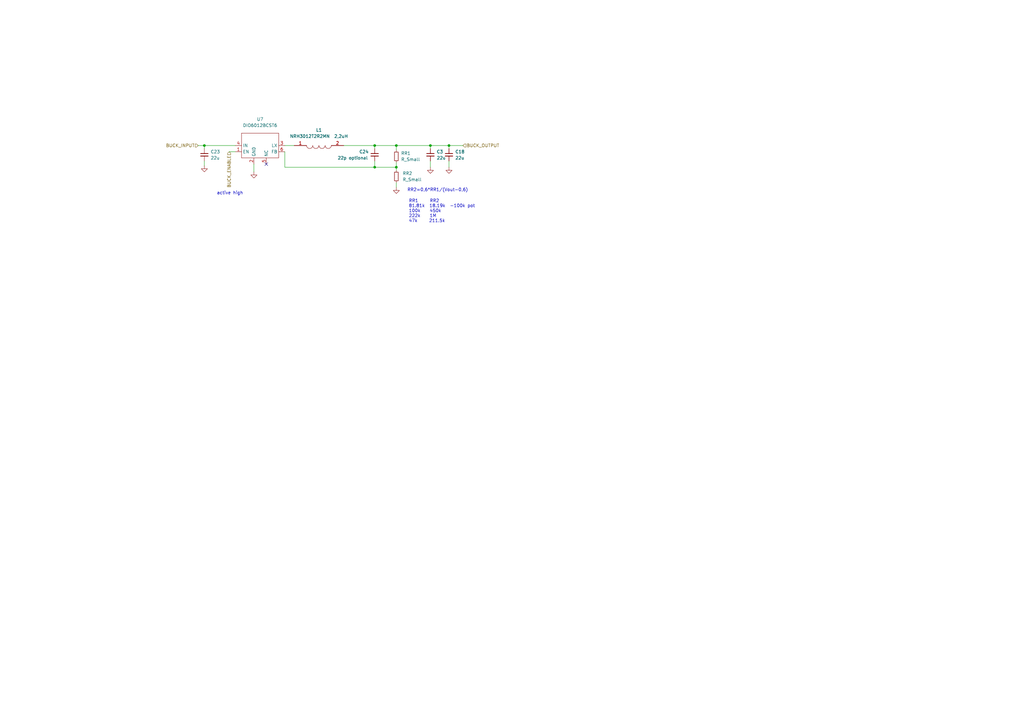
<source format=kicad_sch>
(kicad_sch (version 20211123) (generator eeschema)
  (paper "A3")
  (title_block (title "RP2040 learning board with Li ion battery and RTC") (rev "1"))
  (lib_symbols
    (symbol "Device:C_Small" (pin_numbers hide) (pin_names (offset 0.254) hide)
      (property "Reference" "C" (at 0.254 1.778 0))
      (property "Value" "C_Small" (at 0.254 -2.032 0))
      (symbol "C_Small_0_1"
        (polyline (pts (xy -1.524 -0.508) (xy 1.524 -0.508)) (stroke (width 0.3302)))
        (polyline (pts (xy -1.524 0.508) (xy 1.524 0.508)) (stroke (width 0.3048)))
      )
      (symbol "C_Small_1_1"
        (pin passive line (at 0 2.54 270) (length 2.032) (name "~") (number "1"))
        (pin passive line (at 0 -2.54 90) (length 2.032) (name "~") (number "2"))
      )
    )
    (symbol "Device:R_Small" (pin_numbers hide) (pin_names (offset 0.254) hide)
      (property "Reference" "R" (at 0.762 0.508 0))
      (property "Value" "R_Small" (at 0.762 -1.016 0))
      (symbol "R_Small_0_1"
        (rectangle (start -0.762 1.778) (end 0.762 -1.778) (stroke (width 0.2032)))
      )
      (symbol "R_Small_1_1"
        (pin passive line (at 0 2.54 270) (length 0.762) (name "~") (number "1"))
        (pin passive line (at 0 -2.54 90) (length 0.762) (name "~") (number "2"))
      )
    )
    (symbol "My_custom_lib:DIO6012BCST6"
      (property "Reference" "U" (at 0 6.35 0))
      (property "Value" "DIO6012BCST6" (at 0 3.81 0))
      (symbol "DIO6012BCST6_0_1"
        (rectangle (start -7.62 -5.08) (end 7.62 5.08))
      )
      (symbol "DIO6012BCST6_1_1"
        (pin input line (at -10.16 -2.54 0) (length 2.54) (name "EN") (number "1"))
        (pin output line (at -2.54 -7.62 90) (length 2.54) (name "GND") (number "2"))
        (pin output line (at 10.16 0 180) (length 2.54) (name "LX") (number "3"))
        (pin input line (at -10.16 0 0) (length 2.54) (name "IN") (number "4"))
        (pin output line (at 2.54 -7.62 90) (length 2.54) (name "NC") (number "5"))
        (pin input line (at 10.16 -2.54 180) (length 2.54) (name "FB") (number "6"))
      )
    )
    (symbol "SamacSys_Parts:NRH3012T2R2MN" (pin_names (offset 0.762))
      (property "Reference" "L" (at 16.51 6.35 0))
      (property "Value" "NRH3012T2R2MN" (at 16.51 3.81 0))
      (symbol "NRH3012T2R2MN_0_0"
        (pin passive line (at 0 0 0) (length 5.08) (name "~") (number "1"))
        (pin passive line (at 20.32 0 180) (length 5.08) (name "~") (number "2"))
      )
      (symbol "NRH3012T2R2MN_0_1"
        (arc (start 5.08 0) (mid 6.35 -1.3218) (end 7.62 0) (stroke (width 0.1524)))
        (arc (start 7.62 0) (mid 8.89 -1.3218) (end 10.16 0) (stroke (width 0.1524)))
        (arc (start 10.16 0) (mid 11.43 -1.3218) (end 12.7 0) (stroke (width 0.1524)))
        (arc (start 12.7 0) (mid 13.97 -1.3218) (end 15.24 0) (stroke (width 0.1524)))
      )
    )
    (symbol "power:GND" (power) (pin_names (offset 0))
      (property "Value" "GND" (at 0 -3.81 0))
      (symbol "GND_0_1"
        (polyline (pts (xy 0 0) (xy 0 -1.27) (xy 1.27 -1.27) (xy 0 -2.54) (xy -1.27 -1.27) (xy 0 -1.27)))
      )
      (symbol "GND_1_1"
        (pin power_in line (at 0 0 270) (length 0) hide (name "GND") (number "1"))
      )
    )
  )
  (junction (at 153.67 59.69))
  (junction (at 153.67 68.58))
  (junction (at 176.53 59.69))
  (junction (at 162.56 68.58))
  (junction (at 184.15 59.69))
  (junction (at 83.82 59.69))
  (junction (at 162.56 59.69))
  (no_connect (at 109.22 67.31))
  (wire (pts (xy 140.97 59.69) (xy 153.67 59.69)))
  (wire (pts (xy 176.53 59.69) (xy 184.15 59.69)))
  (wire (pts (xy 162.56 74.93) (xy 162.56 76.835)))
  (wire (pts (xy 184.15 59.69) (xy 184.15 60.96)))
  (wire (pts (xy 83.82 66.04) (xy 83.82 67.945)))
  (wire (pts (xy 93.98 62.23) (xy 96.52 62.23)))
  (wire (pts (xy 116.84 62.23) (xy 116.84 68.58)))
  (wire (pts (xy 153.67 68.58) (xy 162.56 68.58)))
  (wire (pts (xy 176.53 66.04) (xy 176.53 68.58)))
  (wire (pts (xy 162.56 68.58) (xy 162.56 69.85)))
  (wire (pts (xy 153.67 59.69) (xy 162.56 59.69)))
  (wire (pts (xy 184.15 59.69) (xy 189.865 59.69)))
  (wire (pts (xy 116.84 59.69) (xy 120.65 59.69)))
  (wire (pts (xy 176.53 59.69) (xy 176.53 60.96)))
  (wire (pts (xy 162.56 59.69) (xy 176.53 59.69)))
  (wire (pts (xy 104.14 67.31) (xy 104.14 70.485)))
  (wire (pts (xy 153.67 66.04) (xy 153.67 68.58)))
  (wire (pts (xy 83.82 59.69) (xy 96.52 59.69)))
  (wire (pts (xy 83.82 59.69) (xy 83.82 60.96)))
  (wire (pts (xy 162.56 59.69) (xy 162.56 61.595)))
  (wire (pts (xy 81.28 59.69) (xy 83.82 59.69)))
  (wire (pts (xy 162.56 66.675) (xy 162.56 68.58)))
  (wire (pts (xy 116.84 68.58) (xy 153.67 68.58)))
  (wire (pts (xy 153.67 59.69) (xy 153.67 60.96)))
  (wire (pts (xy 184.15 66.04) (xy 184.15 68.58)))
  (text "RR2=0,6*RR1/(Vout-0,6)" (at 167.005 78.74 0) (effects (font (size 1.27 1.27)) (justify left bottom)))
  (text "active high" (at 88.9 80.01 0) (effects (font (size 1.27 1.27)) (justify left bottom)))
  (text "RR1     RR2\n81.81k  18.19k  -100k pot\n100k    450k\n222k    1M\n47k     211.5k" (at 167.64 91.44 0) (effects (font (size 1.27 1.27)) (justify left bottom)))
  (hierarchical_label "BUCK_INPUT" (shape input) (at 81.28 59.69 180))
  (hierarchical_label "BUCK_ENABLE" (shape input) (at 93.98 62.23 270))
  (hierarchical_label "BUCK_OUTPUT" (shape input) (at 189.865 59.69 0))
  (symbol (lib_id "power:GND") (at 104.14 70.485 0) (unit 1)
    (property "Reference" "#PWR0103" (effects hide))
    (property "Value" "GND" (effects hide))
  )
  (symbol (lib_id "Device:R_Small") (at 162.56 72.39 0) (unit 1)
    (property "Reference" "RR2" (at 165.1 71.1199 0) (effects (justify left)))
    (property "Value" "R_Small" (at 165.1 73.6599 0) (effects (justify left)))
    (property "Footprint" "Resistor_THT:R_Axial_DIN0204_L3.6mm_D1.6mm_P5.08mm_Horizontal" (effects hide))
  )
  (symbol (lib_id "power:GND") (at 162.56 76.835 0) (unit 1)
    (property "Reference" "#PWR0102" (effects hide))
    (property "Value" "GND" (effects hide))
  )
  (symbol (lib_id "power:GND") (at 184.15 68.58 0) (unit 1)
    (property "Reference" "#PWR0104" (effects hide))
    (property "Value" "GND" (effects hide))
  )
  (symbol (lib_id "SamacSys_Parts:NRH3012T2R2MN") (at 120.65 59.69 0) (unit 1)
    (property "Reference" "L1" (at 130.81 53.34 0))
    (property "Value" "NRH3012T2R2MN  2,2uH" (at 130.81 55.88 0))
    (property "Footprint" "SamacSys_Parts:NRH3012T220MNV" (effects hide))
    (property "Datasheet" "https://componentsearchengine.com/Datasheets/5/NRH3012T220MNV.pdf" (effects hide))
    (property "Description" "Taiyo Yuden, NRH, 3012 Shielded Wire-wound SMD Inductor with a Ferrite Core, 2.2 uH +/-20% Wire-Wound 1.5A Idc" (effects hide))
    (property "Height" "1.2" (effects hide))
    (property "Mouser Part Number" "963-NRH3012T2R2MN" (effects hide))
    (property "Mouser Price/Stock" "https://www.mouser.co.uk/ProductDetail/Taiyo-Yuden/NRH3012T2R2MN?qs=PzICbMaShUdBRElLTKVG3Q%3D%3D" (effects hide))
    (property "Manufacturer_Name" "TAIYO YUDEN" (effects hide))
    (property "Manufacturer_Part_Number" "NRH3012T2R2MN" (effects hide))
  )
  (symbol (lib_id "Device:C_Small") (at 83.82 63.5 0) (unit 1)
    (property "Reference" "C23" (at 86.36 62.2362 0) (effects (justify left)))
    (property "Value" "22u" (at 86.36 64.7762 0) (effects (justify left)))
    (property "Footprint" "Capacitor_THT:CP_Radial_D5.0mm_P2.00mm" (effects hide))
  )
  (symbol (lib_id "power:GND") (at 176.53 68.58 0) (unit 1)
    (property "Reference" "#PWR0105" (effects hide))
    (property "Value" "GND" (effects hide))
  )
  (symbol (lib_id "Device:C_Small") (at 153.67 63.5 0) (unit 1)
    (property "Reference" "C24" (at 147.32 62.23 0) (effects (justify left)))
    (property "Value" "22p optional" (at 138.43 64.77 0) (effects (justify left)))
    (property "Footprint" "Capacitor_SMD:C_0603_1608Metric_Pad1.08x0.95mm_HandSolder" (effects hide))
  )
  (symbol (lib_id "Device:C_Small") (at 184.15 63.5 0) (unit 1)
    (property "Reference" "C18" (at 186.69 62.2362 0) (effects (justify left)))
    (property "Value" "22u" (at 186.69 64.7762 0) (effects (justify left)))
    (property "Footprint" "Capacitor_THT:CP_Radial_D5.0mm_P2.00mm" (effects hide))
  )
  (symbol (lib_id "Device:C_Small") (at 176.53 63.5 0) (unit 1)
    (property "Reference" "C3" (at 179.07 62.2362 0) (effects (justify left)))
    (property "Value" "22u" (at 179.07 64.7762 0) (effects (justify left)))
    (property "Footprint" "Capacitor_THT:CP_Radial_D5.0mm_P2.00mm" (effects hide))
  )
  (symbol (lib_id "My_custom_lib:DIO6012BCST6") (at 106.68 59.69 0) (unit 1)
    (property "Reference" "U7" (at 106.68 48.895 0))
    (property "Value" "DIO6012BCST6" (at 106.68 51.435 0))
    (property "Footprint" "Package_TO_SOT_SMD:SOT-23-6_Handsoldering" (effects hide))
    (property "Datasheet" "https://ro.mouser.com/datasheet/2/802/dimi_s_a0009242596_1-2295138.pdf" (effects hide))
  )
  (symbol (lib_id "power:GND") (at 83.82 67.945 0) (unit 1)
    (property "Reference" "#PWR0106" (effects hide))
    (property "Value" "GND" (effects hide))
  )
  (symbol (lib_id "Device:R_Small") (at 162.56 64.135 0) (unit 1)
    (property "Reference" "RR1" (at 164.465 62.8649 0) (effects (justify left)))
    (property "Value" "R_Small" (at 164.465 65.4049 0) (effects (justify left)))
    (property "Footprint" "Resistor_THT:R_Axial_DIN0204_L3.6mm_D1.6mm_P5.08mm_Horizontal" (effects hide))
  )
)
</source>
